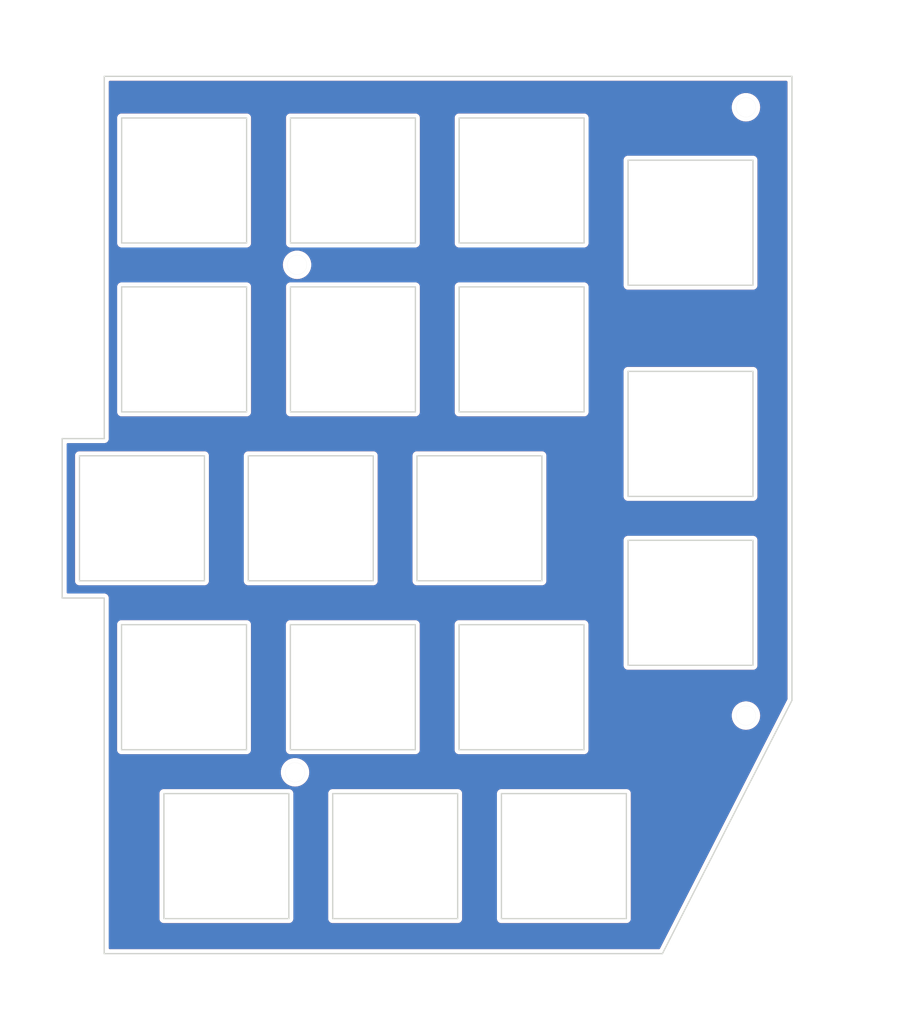
<source format=kicad_pcb>
(kicad_pcb (version 20211014) (generator pcbnew)
  (layers (0 "F.Cu" signal) (31 "B.Cu" signal) (34 "B.Paste" user) (35 "F.Paste" user) (36 "B.SilkS" user "B.Silkscreen") (37 "F.SilkS" user "F.Silkscreen") (38 "B.Mask" user) (39 "F.Mask" user) (44 "Edge.Cuts" user))
  (net 0 "")
  (footprint "kbd_Hole:m2_Screw_Hole_EdgeCuts" (layer "F.Cu") (at 172.407044 29.74203)
    (fp_text reference "Ref**" hide)
    (fp_text value "Val**" hide)
    (fp_circle (center 0 0) (end 1.1 0) (layer "Edge.Cuts") (width 0.01) (fill none))
  )
  (footprint "kbd_SW_Hole:SW_Hole_1u" (layer "F.Cu") (at 147.079193 95.14999)
    (fp_text reference "SW2" hide)
    (fp_text value "KEY_SWITCH" hide)
    (fp_line (start -7.05 7.05) (end -7.05 -7.05) (layer "Edge.Cuts") (width 0.15))
    (fp_line (start -7.05 -7.05) (end 7.05 -7.05) (layer "Edge.Cuts") (width 0.15))
    (fp_line (start 7.05 7.05) (end -7.05 7.05) (layer "Edge.Cuts") (width 0.15))
    (fp_line (start 7.05 -7.05) (end 7.05 7.05) (layer "Edge.Cuts") (width 0.15))
  )
  (footprint "kbd_SW_Hole:SW_Hole_1u" (layer "F.Cu") (at 128.050003 57.049999)
    (fp_text reference "SW2" hide)
    (fp_text value "KEY_SWITCH" hide)
    (fp_line (start -7.05 -7.05) (end 7.05 -7.05) (layer "Edge.Cuts") (width 0.15))
    (fp_line (start 7.05 7.05) (end -7.05 7.05) (layer "Edge.Cuts") (width 0.15))
    (fp_line (start -7.05 7.05) (end -7.05 -7.05) (layer "Edge.Cuts") (width 0.15))
    (fp_line (start 7.05 -7.05) (end 7.05 7.05) (layer "Edge.Cuts") (width 0.15))
  )
  (footprint "kbd_SW_Hole:SW_Hole_1u" (layer "F.Cu") (at 104.240326 76.100002)
    (fp_text reference "SW2" hide)
    (fp_text value "KEY_SWITCH" hide)
    (fp_line (start 7.05 -7.05) (end 7.05 7.05) (layer "Edge.Cuts") (width 0.15))
    (fp_line (start -7.05 -7.05) (end 7.05 -7.05) (layer "Edge.Cuts") (width 0.15))
    (fp_line (start -7.05 7.05) (end -7.05 -7.05) (layer "Edge.Cuts") (width 0.15))
    (fp_line (start 7.05 7.05) (end -7.05 7.05) (layer "Edge.Cuts") (width 0.15))
  )
  (footprint "kbd_Hole:m2_Screw_Hole_EdgeCuts" (layer "F.Cu") (at 121.517456 104.752805)
    (fp_text reference "Ref**" hide)
    (fp_text value "Val**" hide)
    (fp_circle (center 0 0) (end 1.1 0) (layer "Edge.Cuts") (width 0.01) (fill none))
  )
  (footprint "kbd_SW_Hole:SW_Hole_1u" (layer "F.Cu") (at 113.769211 114.199993)
    (fp_text reference "SW2" hide)
    (fp_text value "KEY_SWITCH" hide)
    (fp_line (start 7.05 -7.05) (end 7.05 7.05) (layer "Edge.Cuts") (width 0.15))
    (fp_line (start -7.05 -7.05) (end 7.05 -7.05) (layer "Edge.Cuts") (width 0.15))
    (fp_line (start 7.05 7.05) (end -7.05 7.05) (layer "Edge.Cuts") (width 0.15))
    (fp_line (start -7.05 7.05) (end -7.05 -7.05) (layer "Edge.Cuts") (width 0.15))
  )
  (footprint "kbd_SW_Hole:SW_Hole_1u" (layer "F.Cu") (at 166.149994 42.761085)
    (fp_text reference "SW2" hide)
    (fp_text value "KEY_SWITCH" hide)
    (fp_line (start -7.05 -7.05) (end 7.05 -7.05) (layer "Edge.Cuts") (width 0.15))
    (fp_line (start 7.05 7.05) (end -7.05 7.05) (layer "Edge.Cuts") (width 0.15))
    (fp_line (start -7.05 7.05) (end -7.05 -7.05) (layer "Edge.Cuts") (width 0.15))
    (fp_line (start 7.05 -7.05) (end 7.05 7.05) (layer "Edge.Cuts") (width 0.15))
  )
  (footprint "kbd_Hole:m2_Screw_Hole_EdgeCuts" (layer "F.Cu") (at 172.407044 98.351659)
    (fp_text reference "Ref**" hide)
    (fp_text value "Val**" hide)
    (fp_circle (center 0 0) (end 1.1 0) (layer "Edge.Cuts") (width 0.01) (fill none))
  )
  (footprint "kbd_SW_Hole:SW_Hole_1u" (layer "F.Cu") (at 166.149994 85.630287)
    (fp_text reference "SW2" hide)
    (fp_text value "KEY_SWITCH" hide)
    (fp_line (start -7.05 -7.05) (end 7.05 -7.05) (layer "Edge.Cuts") (width 0.15))
    (fp_line (start 7.05 7.05) (end -7.05 7.05) (layer "Edge.Cuts") (width 0.15))
    (fp_line (start -7.05 7.05) (end -7.05 -7.05) (layer "Edge.Cuts") (width 0.15))
    (fp_line (start 7.05 -7.05) (end 7.05 7.05) (layer "Edge.Cuts") (width 0.15))
  )
  (footprint "kbd_SW_Hole:SW_Hole_1u" (layer "F.Cu") (at 123.290322 76.100002)
    (fp_text reference "SW2" hide)
    (fp_text value "KEY_SWITCH" hide)
    (fp_line (start 7.05 -7.05) (end 7.05 7.05) (layer "Edge.Cuts") (width 0.15))
    (fp_line (start -7.05 7.05) (end -7.05 -7.05) (layer "Edge.Cuts") (width 0.15))
    (fp_line (start -7.05 -7.05) (end 7.05 -7.05) (layer "Edge.Cuts") (width 0.15))
    (fp_line (start 7.05 7.05) (end -7.05 7.05) (layer "Edge.Cuts") (width 0.15))
  )
  (footprint "kbd_SW_Hole:SW_Hole_1u" (layer "F.Cu") (at 128.050003 37.999999)
    (fp_text reference "SW2" hide)
    (fp_text value "KEY_SWITCH" hide)
    (fp_line (start -7.05 -7.05) (end 7.05 -7.05) (layer "Edge.Cuts") (width 0.15))
    (fp_line (start -7.05 7.05) (end -7.05 -7.05) (layer "Edge.Cuts") (width 0.15))
    (fp_line (start 7.05 7.05) (end -7.05 7.05) (layer "Edge.Cuts") (width 0.15))
    (fp_line (start 7.05 -7.05) (end 7.05 7.05) (layer "Edge.Cuts") (width 0.15))
  )
  (footprint "kbd_SW_Hole:SW_Hole_1u" (layer "F.Cu") (at 147.089066 37.999999)
    (fp_text reference "SW2" hide)
    (fp_text value "KEY_SWITCH" hide)
    (fp_line (start 7.05 7.05) (end -7.05 7.05) (layer "Edge.Cuts") (width 0.15))
    (fp_line (start -7.05 7.05) (end -7.05 -7.05) (layer "Edge.Cuts") (width 0.15))
    (fp_line (start -7.05 -7.05) (end 7.05 -7.05) (layer "Edge.Cuts") (width 0.15))
    (fp_line (start 7.05 -7.05) (end 7.05 7.05) (layer "Edge.Cuts") (width 0.15))
  )
  (footprint "kbd_SW_Hole:SW_Hole_1u" (layer "F.Cu") (at 166.149994 66.580288)
    (fp_text reference "SW2" hide)
    (fp_text value "KEY_SWITCH" hide)
    (fp_line (start 7.05 7.05) (end -7.05 7.05) (layer "Edge.Cuts") (width 0.15))
    (fp_line (start -7.05 7.05) (end -7.05 -7.05) (layer "Edge.Cuts") (width 0.15))
    (fp_line (start -7.05 -7.05) (end 7.05 -7.05) (layer "Edge.Cuts") (width 0.15))
    (fp_line (start 7.05 -7.05) (end 7.05 7.05) (layer "Edge.Cuts") (width 0.15))
  )
  (footprint "kbd_SW_Hole:SW_Hole_1u" (layer "F.Cu") (at 109 38)
    (fp_text reference "SW2" hide)
    (fp_text value "KEY_SWITCH" hide)
    (fp_line (start 7.05 -7.05) (end 7.05 7.05) (layer "Edge.Cuts") (width 0.15))
    (fp_line (start -7.05 -7.05) (end 7.05 -7.05) (layer "Edge.Cuts") (width 0.15))
    (fp_line (start -7.05 7.05) (end -7.05 -7.05) (layer "Edge.Cuts") (width 0.15))
    (fp_line (start 7.05 7.05) (end -7.05 7.05) (layer "Edge.Cuts") (width 0.15))
  )
  (footprint "kbd_SW_Hole:SW_Hole_1u" (layer "F.Cu") (at 142.329026 76.099998)
    (fp_text reference "SW2" hide)
    (fp_text value "KEY_SWITCH" hide)
    (fp_line (start 7.05 7.05) (end -7.05 7.05) (layer "Edge.Cuts") (width 0.15))
    (fp_line (start 7.05 -7.05) (end 7.05 7.05) (layer "Edge.Cuts") (width 0.15))
    (fp_line (start -7.05 7.05) (end -7.05 -7.05) (layer "Edge.Cuts") (width 0.15))
    (fp_line (start -7.05 -7.05) (end 7.05 -7.05) (layer "Edge.Cuts") (width 0.15))
  )
  (footprint "kbd_SW_Hole:SW_Hole_1u" (layer "F.Cu") (at 147.089066 57.049995)
    (fp_text reference "SW2" hide)
    (fp_text value "KEY_SWITCH" hide)
    (fp_line (start -7.05 -7.05) (end 7.05 -7.05) (layer "Edge.Cuts") (width 0.15))
    (fp_line (start 7.05 -7.05) (end 7.05 7.05) (layer "Edge.Cuts") (width 0.15))
    (fp_line (start -7.05 7.05) (end -7.05 -7.05) (layer "Edge.Cuts") (width 0.15))
    (fp_line (start 7.05 7.05) (end -7.05 7.05) (layer "Edge.Cuts") (width 0.15))
  )
  (footprint "kbd_SW_Hole:SW_Hole_1u" (layer "F.Cu") (at 151.859681 114.199993)
    (fp_text reference "SW2" hide)
    (fp_text value "KEY_SWITCH" hide)
    (fp_line (start -7.05 7.05) (end -7.05 -7.05) (layer "Edge.Cuts") (width 0.15))
    (fp_line (start 7.05 7.05) (end -7.05 7.05) (layer "Edge.Cuts") (width 0.15))
    (fp_line (start 7.05 -7.05) (end 7.05 7.05) (layer "Edge.Cuts") (width 0.15))
    (fp_line (start -7.05 -7.05) (end 7.05 -7.05) (layer "Edge.Cuts") (width 0.15))
  )
  (footprint "kbd_SW_Hole:SW_Hole_1u" (layer "F.Cu") (at 109 57.049997)
    (fp_text reference "SW2" hide)
    (fp_text value "KEY_SWITCH" hide)
    (fp_line (start 7.05 7.05) (end -7.05 7.05) (layer "Edge.Cuts") (width 0.15))
    (fp_line (start -7.05 7.05) (end -7.05 -7.05) (layer "Edge.Cuts") (width 0.15))
    (fp_line (start 7.05 -7.05) (end 7.05 7.05) (layer "Edge.Cuts") (width 0.15))
    (fp_line (start -7.05 -7.05) (end 7.05 -7.05) (layer "Edge.Cuts") (width 0.15))
  )
  (footprint "kbd_SW_Hole:SW_Hole_1u" (layer "F.Cu") (at 128.039063 95.14999)
    (fp_text reference "SW2" hide)
    (fp_text value "KEY_SWITCH" hide)
    (fp_line (start -7.05 -7.05) (end 7.05 -7.05) (layer "Edge.Cuts") (width 0.15))
    (fp_line (start 7.05 -7.05) (end 7.05 7.05) (layer "Edge.Cuts") (width 0.15))
    (fp_line (start -7.05 7.05) (end -7.05 -7.05) (layer "Edge.Cuts") (width 0.15))
    (fp_line (start 7.05 7.05) (end -7.05 7.05) (layer "Edge.Cuts") (width 0.15))
  )
  (footprint "kbd_SW_Hole:SW_Hole_1u" (layer "F.Cu") (at 132.819214 114.199993)
    (fp_text reference "SW2" hide)
    (fp_text value "KEY_SWITCH" hide)
    (fp_line (start 7.05 -7.05) (end 7.05 7.05) (layer "Edge.Cuts") (width 0.15))
    (fp_line (start -7.05 7.05) (end -7.05 -7.05) (layer "Edge.Cuts") (width 0.15))
    (fp_line (start 7.05 7.05) (end -7.05 7.05) (layer "Edge.Cuts") (width 0.15))
    (fp_line (start -7.05 -7.05) (end 7.05 -7.05) (layer "Edge.Cuts") (width 0.15))
  )
  (footprint "kbd_Hole:m2_Screw_Hole_EdgeCuts" (layer "F.Cu") (at 121.747811 47.511802)
    (fp_text reference "Ref**" hide)
    (fp_text value "Val**" hide)
    (fp_circle (center 0 0) (end 1.1 0) (layer "Edge.Cuts") (width 0.01) (fill none))
  )
  (footprint "kbd_SW_Hole:SW_Hole_1u" (layer "F.Cu") (at 108.989067 95.14999)
    (fp_text reference "SW2" hide)
    (fp_text value "KEY_SWITCH" hide)
    (fp_line (start 7.05 -7.05) (end 7.05 7.05) (layer "Edge.Cuts") (width 0.15))
    (fp_line (start -7.05 7.05) (end -7.05 -7.05) (layer "Edge.Cuts") (width 0.15))
    (fp_line (start 7.05 7.05) (end -7.05 7.05) (layer "Edge.Cuts") (width 0.15))
    (fp_line (start -7.05 -7.05) (end 7.05 -7.05) (layer "Edge.Cuts") (width 0.15))
  )
  (gr_line (start 95.236924 67.111389) (end 99.987076 67.111389) (layer "Edge.Cuts") (width 0.15))
  (gr_line (start 95.236924 85.089298) (end 95.236924 67.111389) (layer "Edge.Cuts") (width 0.15))
  (gr_line (start 99.987076 67.111389) (end 99.987076 26.25126) (layer "Edge.Cuts") (width 0.15))
  (gr_line (start 177.599594 96.631832) (end 162.980118 125.201175) (layer "Edge.Cuts") (width 0.15))
  (gr_line (start 99.980362 85.089298) (end 95.236924 85.089298) (layer "Edge.Cuts") (width 0.15))
  (gr_line (start 162.980118 125.201175) (end 99.98037 125.201183) (layer "Edge.Cuts") (width 0.15))
  (gr_line (start 99.987076 26.25126) (end 177.599594 26.251257) (layer "Edge.Cuts") (width 0.15))
  (gr_line (start 99.980362 85.089298) (end 99.98037 125.201183) (layer "Edge.Cuts") (width 0.15))
  (gr_line (start 177.599594 26.251257) (end 177.599594 96.631832) (layer "Edge.Cuts") (width 0.15))
  (zone (net 0) (net_name "") (layer "F.Cu") (connect_pads (clearance 0.508)) (min_thickness 0.254) (fill yes (thermal_gap 0.508) (thermal_bridge_width 0.508))
    (polygon (pts (xy 190.219895 129.643438) (xy 89.319895 129.843438) (xy 92.619895 22.043438) (xy 188.319895 18.743438)))
  )
  (zone (net 0) (net_name "") (layer "B.Cu") (connect_pads (clearance 0.508)) (min_thickness 0.254) (fill yes (thermal_gap 0.508) (thermal_bridge_width 0.508))
    (polygon (pts (xy 191.619895 22.043438) (xy 186.219895 131.643438) (xy 92.619895 133.143438) (xy 88.219895 17.643438)))
  )
)
</source>
